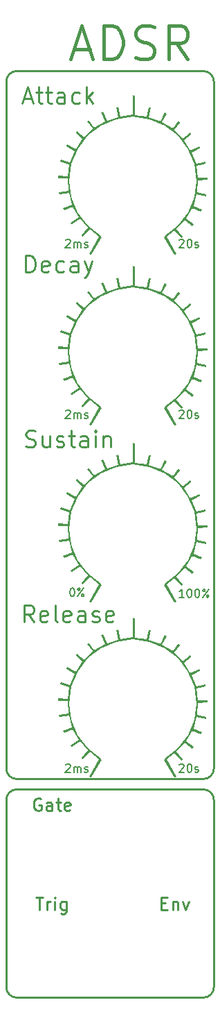
<source format=gbr>
G04 #@! TF.GenerationSoftware,KiCad,Pcbnew,(5.1.4-0-10_14)*
G04 #@! TF.CreationDate,2019-10-08T20:53:36-07:00*
G04 #@! TF.ProjectId,ADSR_Front_Panel,41445352-5f46-4726-9f6e-745f50616e65,rev?*
G04 #@! TF.SameCoordinates,Original*
G04 #@! TF.FileFunction,Legend,Top*
G04 #@! TF.FilePolarity,Positive*
%FSLAX46Y46*%
G04 Gerber Fmt 4.6, Leading zero omitted, Abs format (unit mm)*
G04 Created by KiCad (PCBNEW (5.1.4-0-10_14)) date 2019-10-08 20:53:36*
%MOMM*%
%LPD*%
G04 APERTURE LIST*
%ADD10C,0.150000*%
%ADD11C,0.254000*%
%ADD12C,0.406400*%
%ADD13C,0.100000*%
G04 APERTURE END LIST*
D10*
X87225333Y-67619619D02*
X87272952Y-67572000D01*
X87368190Y-67524380D01*
X87606285Y-67524380D01*
X87701523Y-67572000D01*
X87749142Y-67619619D01*
X87796761Y-67714857D01*
X87796761Y-67810095D01*
X87749142Y-67952952D01*
X87177714Y-68524380D01*
X87796761Y-68524380D01*
X88415809Y-67524380D02*
X88511047Y-67524380D01*
X88606285Y-67572000D01*
X88653904Y-67619619D01*
X88701523Y-67714857D01*
X88749142Y-67905333D01*
X88749142Y-68143428D01*
X88701523Y-68333904D01*
X88653904Y-68429142D01*
X88606285Y-68476761D01*
X88511047Y-68524380D01*
X88415809Y-68524380D01*
X88320571Y-68476761D01*
X88272952Y-68429142D01*
X88225333Y-68333904D01*
X88177714Y-68143428D01*
X88177714Y-67905333D01*
X88225333Y-67714857D01*
X88272952Y-67619619D01*
X88320571Y-67572000D01*
X88415809Y-67524380D01*
X89130095Y-68476761D02*
X89225333Y-68524380D01*
X89415809Y-68524380D01*
X89511047Y-68476761D01*
X89558666Y-68381523D01*
X89558666Y-68333904D01*
X89511047Y-68238666D01*
X89415809Y-68191047D01*
X89272952Y-68191047D01*
X89177714Y-68143428D01*
X89130095Y-68048190D01*
X89130095Y-68000571D01*
X89177714Y-67905333D01*
X89272952Y-67857714D01*
X89415809Y-67857714D01*
X89511047Y-67905333D01*
X87225333Y-88447619D02*
X87272952Y-88400000D01*
X87368190Y-88352380D01*
X87606285Y-88352380D01*
X87701523Y-88400000D01*
X87749142Y-88447619D01*
X87796761Y-88542857D01*
X87796761Y-88638095D01*
X87749142Y-88780952D01*
X87177714Y-89352380D01*
X87796761Y-89352380D01*
X88415809Y-88352380D02*
X88511047Y-88352380D01*
X88606285Y-88400000D01*
X88653904Y-88447619D01*
X88701523Y-88542857D01*
X88749142Y-88733333D01*
X88749142Y-88971428D01*
X88701523Y-89161904D01*
X88653904Y-89257142D01*
X88606285Y-89304761D01*
X88511047Y-89352380D01*
X88415809Y-89352380D01*
X88320571Y-89304761D01*
X88272952Y-89257142D01*
X88225333Y-89161904D01*
X88177714Y-88971428D01*
X88177714Y-88733333D01*
X88225333Y-88542857D01*
X88272952Y-88447619D01*
X88320571Y-88400000D01*
X88415809Y-88352380D01*
X89130095Y-89304761D02*
X89225333Y-89352380D01*
X89415809Y-89352380D01*
X89511047Y-89304761D01*
X89558666Y-89209523D01*
X89558666Y-89161904D01*
X89511047Y-89066666D01*
X89415809Y-89019047D01*
X89272952Y-89019047D01*
X89177714Y-88971428D01*
X89130095Y-88876190D01*
X89130095Y-88828571D01*
X89177714Y-88733333D01*
X89272952Y-88685714D01*
X89415809Y-88685714D01*
X89511047Y-88733333D01*
X73318857Y-88447619D02*
X73366476Y-88400000D01*
X73461714Y-88352380D01*
X73699809Y-88352380D01*
X73795047Y-88400000D01*
X73842666Y-88447619D01*
X73890285Y-88542857D01*
X73890285Y-88638095D01*
X73842666Y-88780952D01*
X73271238Y-89352380D01*
X73890285Y-89352380D01*
X74318857Y-89352380D02*
X74318857Y-88685714D01*
X74318857Y-88780952D02*
X74366476Y-88733333D01*
X74461714Y-88685714D01*
X74604571Y-88685714D01*
X74699809Y-88733333D01*
X74747428Y-88828571D01*
X74747428Y-89352380D01*
X74747428Y-88828571D02*
X74795047Y-88733333D01*
X74890285Y-88685714D01*
X75033142Y-88685714D01*
X75128380Y-88733333D01*
X75176000Y-88828571D01*
X75176000Y-89352380D01*
X75604571Y-89304761D02*
X75699809Y-89352380D01*
X75890285Y-89352380D01*
X75985523Y-89304761D01*
X76033142Y-89209523D01*
X76033142Y-89161904D01*
X75985523Y-89066666D01*
X75890285Y-89019047D01*
X75747428Y-89019047D01*
X75652190Y-88971428D01*
X75604571Y-88876190D01*
X75604571Y-88828571D01*
X75652190Y-88733333D01*
X75747428Y-88685714D01*
X75890285Y-88685714D01*
X75985523Y-88733333D01*
X73318857Y-67619619D02*
X73366476Y-67572000D01*
X73461714Y-67524380D01*
X73699809Y-67524380D01*
X73795047Y-67572000D01*
X73842666Y-67619619D01*
X73890285Y-67714857D01*
X73890285Y-67810095D01*
X73842666Y-67952952D01*
X73271238Y-68524380D01*
X73890285Y-68524380D01*
X74318857Y-68524380D02*
X74318857Y-67857714D01*
X74318857Y-67952952D02*
X74366476Y-67905333D01*
X74461714Y-67857714D01*
X74604571Y-67857714D01*
X74699809Y-67905333D01*
X74747428Y-68000571D01*
X74747428Y-68524380D01*
X74747428Y-68000571D02*
X74795047Y-67905333D01*
X74890285Y-67857714D01*
X75033142Y-67857714D01*
X75128380Y-67905333D01*
X75176000Y-68000571D01*
X75176000Y-68524380D01*
X75604571Y-68476761D02*
X75699809Y-68524380D01*
X75890285Y-68524380D01*
X75985523Y-68476761D01*
X76033142Y-68381523D01*
X76033142Y-68333904D01*
X75985523Y-68238666D01*
X75890285Y-68191047D01*
X75747428Y-68191047D01*
X75652190Y-68143428D01*
X75604571Y-68048190D01*
X75604571Y-68000571D01*
X75652190Y-67905333D01*
X75747428Y-67857714D01*
X75890285Y-67857714D01*
X75985523Y-67905333D01*
X87225333Y-131627619D02*
X87272952Y-131580000D01*
X87368190Y-131532380D01*
X87606285Y-131532380D01*
X87701523Y-131580000D01*
X87749142Y-131627619D01*
X87796761Y-131722857D01*
X87796761Y-131818095D01*
X87749142Y-131960952D01*
X87177714Y-132532380D01*
X87796761Y-132532380D01*
X88415809Y-131532380D02*
X88511047Y-131532380D01*
X88606285Y-131580000D01*
X88653904Y-131627619D01*
X88701523Y-131722857D01*
X88749142Y-131913333D01*
X88749142Y-132151428D01*
X88701523Y-132341904D01*
X88653904Y-132437142D01*
X88606285Y-132484761D01*
X88511047Y-132532380D01*
X88415809Y-132532380D01*
X88320571Y-132484761D01*
X88272952Y-132437142D01*
X88225333Y-132341904D01*
X88177714Y-132151428D01*
X88177714Y-131913333D01*
X88225333Y-131722857D01*
X88272952Y-131627619D01*
X88320571Y-131580000D01*
X88415809Y-131532380D01*
X89130095Y-132484761D02*
X89225333Y-132532380D01*
X89415809Y-132532380D01*
X89511047Y-132484761D01*
X89558666Y-132389523D01*
X89558666Y-132341904D01*
X89511047Y-132246666D01*
X89415809Y-132199047D01*
X89272952Y-132199047D01*
X89177714Y-132151428D01*
X89130095Y-132056190D01*
X89130095Y-132008571D01*
X89177714Y-131913333D01*
X89272952Y-131865714D01*
X89415809Y-131865714D01*
X89511047Y-131913333D01*
X73318857Y-131627619D02*
X73366476Y-131580000D01*
X73461714Y-131532380D01*
X73699809Y-131532380D01*
X73795047Y-131580000D01*
X73842666Y-131627619D01*
X73890285Y-131722857D01*
X73890285Y-131818095D01*
X73842666Y-131960952D01*
X73271238Y-132532380D01*
X73890285Y-132532380D01*
X74318857Y-132532380D02*
X74318857Y-131865714D01*
X74318857Y-131960952D02*
X74366476Y-131913333D01*
X74461714Y-131865714D01*
X74604571Y-131865714D01*
X74699809Y-131913333D01*
X74747428Y-132008571D01*
X74747428Y-132532380D01*
X74747428Y-132008571D02*
X74795047Y-131913333D01*
X74890285Y-131865714D01*
X75033142Y-131865714D01*
X75128380Y-131913333D01*
X75176000Y-132008571D01*
X75176000Y-132532380D01*
X75604571Y-132484761D02*
X75699809Y-132532380D01*
X75890285Y-132532380D01*
X75985523Y-132484761D01*
X76033142Y-132389523D01*
X76033142Y-132341904D01*
X75985523Y-132246666D01*
X75890285Y-132199047D01*
X75747428Y-132199047D01*
X75652190Y-132151428D01*
X75604571Y-132056190D01*
X75604571Y-132008571D01*
X75652190Y-131913333D01*
X75747428Y-131865714D01*
X75890285Y-131865714D01*
X75985523Y-131913333D01*
D11*
X67310000Y-160020000D02*
X90170000Y-160020000D01*
X67310000Y-160020000D02*
G75*
G02X66040000Y-158750000I0J1270000D01*
G01*
X66040000Y-135890000D02*
X66040000Y-158750000D01*
X91440000Y-158750000D02*
G75*
G02X90170000Y-160020000I-1270000J0D01*
G01*
X91440000Y-158750000D02*
X91440000Y-135890000D01*
X85017428Y-148481142D02*
X85525428Y-148481142D01*
X85743142Y-149279428D02*
X85017428Y-149279428D01*
X85017428Y-147755428D01*
X85743142Y-147755428D01*
X86396285Y-148263428D02*
X86396285Y-149279428D01*
X86396285Y-148408571D02*
X86468857Y-148336000D01*
X86614000Y-148263428D01*
X86831714Y-148263428D01*
X86976857Y-148336000D01*
X87049428Y-148481142D01*
X87049428Y-149279428D01*
X87630000Y-148263428D02*
X87992857Y-149279428D01*
X88355714Y-148263428D01*
X69668571Y-147755428D02*
X70539428Y-147755428D01*
X70104000Y-149279428D02*
X70104000Y-147755428D01*
X71047428Y-149279428D02*
X71047428Y-148263428D01*
X71047428Y-148553714D02*
X71120000Y-148408571D01*
X71192571Y-148336000D01*
X71337714Y-148263428D01*
X71482857Y-148263428D01*
X71990857Y-149279428D02*
X71990857Y-148263428D01*
X71990857Y-147755428D02*
X71918285Y-147828000D01*
X71990857Y-147900571D01*
X72063428Y-147828000D01*
X71990857Y-147755428D01*
X71990857Y-147900571D01*
X73369714Y-148263428D02*
X73369714Y-149497142D01*
X73297142Y-149642285D01*
X73224571Y-149714857D01*
X73079428Y-149787428D01*
X72861714Y-149787428D01*
X72716571Y-149714857D01*
X73369714Y-149206857D02*
X73224571Y-149279428D01*
X72934285Y-149279428D01*
X72789142Y-149206857D01*
X72716571Y-149134285D01*
X72644000Y-148989142D01*
X72644000Y-148553714D01*
X72716571Y-148408571D01*
X72789142Y-148336000D01*
X72934285Y-148263428D01*
X73224571Y-148263428D01*
X73369714Y-148336000D01*
X70249142Y-135763000D02*
X70104000Y-135690428D01*
X69886285Y-135690428D01*
X69668571Y-135763000D01*
X69523428Y-135908142D01*
X69450857Y-136053285D01*
X69378285Y-136343571D01*
X69378285Y-136561285D01*
X69450857Y-136851571D01*
X69523428Y-136996714D01*
X69668571Y-137141857D01*
X69886285Y-137214428D01*
X70031428Y-137214428D01*
X70249142Y-137141857D01*
X70321714Y-137069285D01*
X70321714Y-136561285D01*
X70031428Y-136561285D01*
X71628000Y-137214428D02*
X71628000Y-136416142D01*
X71555428Y-136271000D01*
X71410285Y-136198428D01*
X71120000Y-136198428D01*
X70974857Y-136271000D01*
X71628000Y-137141857D02*
X71482857Y-137214428D01*
X71120000Y-137214428D01*
X70974857Y-137141857D01*
X70902285Y-136996714D01*
X70902285Y-136851571D01*
X70974857Y-136706428D01*
X71120000Y-136633857D01*
X71482857Y-136633857D01*
X71628000Y-136561285D01*
X72136000Y-136198428D02*
X72716571Y-136198428D01*
X72353714Y-135690428D02*
X72353714Y-136996714D01*
X72426285Y-137141857D01*
X72571428Y-137214428D01*
X72716571Y-137214428D01*
X73805142Y-137141857D02*
X73660000Y-137214428D01*
X73369714Y-137214428D01*
X73224571Y-137141857D01*
X73152000Y-136996714D01*
X73152000Y-136416142D01*
X73224571Y-136271000D01*
X73369714Y-136198428D01*
X73660000Y-136198428D01*
X73805142Y-136271000D01*
X73877714Y-136416142D01*
X73877714Y-136561285D01*
X73152000Y-136706428D01*
D10*
X87788904Y-111196380D02*
X87217476Y-111196380D01*
X87503190Y-111196380D02*
X87503190Y-110196380D01*
X87407952Y-110339238D01*
X87312714Y-110434476D01*
X87217476Y-110482095D01*
X88407952Y-110196380D02*
X88503190Y-110196380D01*
X88598428Y-110244000D01*
X88646047Y-110291619D01*
X88693666Y-110386857D01*
X88741285Y-110577333D01*
X88741285Y-110815428D01*
X88693666Y-111005904D01*
X88646047Y-111101142D01*
X88598428Y-111148761D01*
X88503190Y-111196380D01*
X88407952Y-111196380D01*
X88312714Y-111148761D01*
X88265095Y-111101142D01*
X88217476Y-111005904D01*
X88169857Y-110815428D01*
X88169857Y-110577333D01*
X88217476Y-110386857D01*
X88265095Y-110291619D01*
X88312714Y-110244000D01*
X88407952Y-110196380D01*
X89360333Y-110196380D02*
X89455571Y-110196380D01*
X89550809Y-110244000D01*
X89598428Y-110291619D01*
X89646047Y-110386857D01*
X89693666Y-110577333D01*
X89693666Y-110815428D01*
X89646047Y-111005904D01*
X89598428Y-111101142D01*
X89550809Y-111148761D01*
X89455571Y-111196380D01*
X89360333Y-111196380D01*
X89265095Y-111148761D01*
X89217476Y-111101142D01*
X89169857Y-111005904D01*
X89122238Y-110815428D01*
X89122238Y-110577333D01*
X89169857Y-110386857D01*
X89217476Y-110291619D01*
X89265095Y-110244000D01*
X89360333Y-110196380D01*
X90074619Y-111196380D02*
X90836523Y-110196380D01*
X90217476Y-110196380D02*
X90312714Y-110244000D01*
X90360333Y-110339238D01*
X90312714Y-110434476D01*
X90217476Y-110482095D01*
X90122238Y-110434476D01*
X90074619Y-110339238D01*
X90122238Y-110244000D01*
X90217476Y-110196380D01*
X90788904Y-111148761D02*
X90836523Y-111053523D01*
X90788904Y-110958285D01*
X90693666Y-110910666D01*
X90598428Y-110958285D01*
X90550809Y-111053523D01*
X90598428Y-111148761D01*
X90693666Y-111196380D01*
X90788904Y-111148761D01*
X74056952Y-110069380D02*
X74152190Y-110069380D01*
X74247428Y-110117000D01*
X74295047Y-110164619D01*
X74342666Y-110259857D01*
X74390285Y-110450333D01*
X74390285Y-110688428D01*
X74342666Y-110878904D01*
X74295047Y-110974142D01*
X74247428Y-111021761D01*
X74152190Y-111069380D01*
X74056952Y-111069380D01*
X73961714Y-111021761D01*
X73914095Y-110974142D01*
X73866476Y-110878904D01*
X73818857Y-110688428D01*
X73818857Y-110450333D01*
X73866476Y-110259857D01*
X73914095Y-110164619D01*
X73961714Y-110117000D01*
X74056952Y-110069380D01*
X74771238Y-111069380D02*
X75533142Y-110069380D01*
X74914095Y-110069380D02*
X75009333Y-110117000D01*
X75056952Y-110212238D01*
X75009333Y-110307476D01*
X74914095Y-110355095D01*
X74818857Y-110307476D01*
X74771238Y-110212238D01*
X74818857Y-110117000D01*
X74914095Y-110069380D01*
X75485523Y-111021761D02*
X75533142Y-110926523D01*
X75485523Y-110831285D01*
X75390285Y-110783666D01*
X75295047Y-110831285D01*
X75247428Y-110926523D01*
X75295047Y-111021761D01*
X75390285Y-111069380D01*
X75485523Y-111021761D01*
D11*
X67310000Y-133350000D02*
X90170000Y-133350000D01*
X67310000Y-133350000D02*
G75*
G02X66040000Y-132080000I0J1270000D01*
G01*
X91440000Y-132080000D02*
G75*
G02X90170000Y-133350000I-1270000J0D01*
G01*
X69402476Y-114203238D02*
X68725142Y-113235619D01*
X68241333Y-114203238D02*
X68241333Y-112171238D01*
X69015428Y-112171238D01*
X69208952Y-112268000D01*
X69305714Y-112364761D01*
X69402476Y-112558285D01*
X69402476Y-112848571D01*
X69305714Y-113042095D01*
X69208952Y-113138857D01*
X69015428Y-113235619D01*
X68241333Y-113235619D01*
X71047428Y-114106476D02*
X70853904Y-114203238D01*
X70466857Y-114203238D01*
X70273333Y-114106476D01*
X70176571Y-113912952D01*
X70176571Y-113138857D01*
X70273333Y-112945333D01*
X70466857Y-112848571D01*
X70853904Y-112848571D01*
X71047428Y-112945333D01*
X71144190Y-113138857D01*
X71144190Y-113332380D01*
X70176571Y-113525904D01*
X72305333Y-114203238D02*
X72111809Y-114106476D01*
X72015047Y-113912952D01*
X72015047Y-112171238D01*
X73853523Y-114106476D02*
X73660000Y-114203238D01*
X73272952Y-114203238D01*
X73079428Y-114106476D01*
X72982666Y-113912952D01*
X72982666Y-113138857D01*
X73079428Y-112945333D01*
X73272952Y-112848571D01*
X73660000Y-112848571D01*
X73853523Y-112945333D01*
X73950285Y-113138857D01*
X73950285Y-113332380D01*
X72982666Y-113525904D01*
X75692000Y-114203238D02*
X75692000Y-113138857D01*
X75595238Y-112945333D01*
X75401714Y-112848571D01*
X75014666Y-112848571D01*
X74821142Y-112945333D01*
X75692000Y-114106476D02*
X75498476Y-114203238D01*
X75014666Y-114203238D01*
X74821142Y-114106476D01*
X74724380Y-113912952D01*
X74724380Y-113719428D01*
X74821142Y-113525904D01*
X75014666Y-113429142D01*
X75498476Y-113429142D01*
X75692000Y-113332380D01*
X76562857Y-114106476D02*
X76756380Y-114203238D01*
X77143428Y-114203238D01*
X77336952Y-114106476D01*
X77433714Y-113912952D01*
X77433714Y-113816190D01*
X77336952Y-113622666D01*
X77143428Y-113525904D01*
X76853142Y-113525904D01*
X76659619Y-113429142D01*
X76562857Y-113235619D01*
X76562857Y-113138857D01*
X76659619Y-112945333D01*
X76853142Y-112848571D01*
X77143428Y-112848571D01*
X77336952Y-112945333D01*
X79078666Y-114106476D02*
X78885142Y-114203238D01*
X78498095Y-114203238D01*
X78304571Y-114106476D01*
X78207809Y-113912952D01*
X78207809Y-113138857D01*
X78304571Y-112945333D01*
X78498095Y-112848571D01*
X78885142Y-112848571D01*
X79078666Y-112945333D01*
X79175428Y-113138857D01*
X79175428Y-113332380D01*
X78207809Y-113525904D01*
X68434857Y-92770476D02*
X68725142Y-92867238D01*
X69208952Y-92867238D01*
X69402476Y-92770476D01*
X69499238Y-92673714D01*
X69596000Y-92480190D01*
X69596000Y-92286666D01*
X69499238Y-92093142D01*
X69402476Y-91996380D01*
X69208952Y-91899619D01*
X68821904Y-91802857D01*
X68628380Y-91706095D01*
X68531619Y-91609333D01*
X68434857Y-91415809D01*
X68434857Y-91222285D01*
X68531619Y-91028761D01*
X68628380Y-90932000D01*
X68821904Y-90835238D01*
X69305714Y-90835238D01*
X69596000Y-90932000D01*
X71337714Y-91512571D02*
X71337714Y-92867238D01*
X70466857Y-91512571D02*
X70466857Y-92576952D01*
X70563619Y-92770476D01*
X70757142Y-92867238D01*
X71047428Y-92867238D01*
X71240952Y-92770476D01*
X71337714Y-92673714D01*
X72208571Y-92770476D02*
X72402095Y-92867238D01*
X72789142Y-92867238D01*
X72982666Y-92770476D01*
X73079428Y-92576952D01*
X73079428Y-92480190D01*
X72982666Y-92286666D01*
X72789142Y-92189904D01*
X72498857Y-92189904D01*
X72305333Y-92093142D01*
X72208571Y-91899619D01*
X72208571Y-91802857D01*
X72305333Y-91609333D01*
X72498857Y-91512571D01*
X72789142Y-91512571D01*
X72982666Y-91609333D01*
X73660000Y-91512571D02*
X74434095Y-91512571D01*
X73950285Y-90835238D02*
X73950285Y-92576952D01*
X74047047Y-92770476D01*
X74240571Y-92867238D01*
X74434095Y-92867238D01*
X75982285Y-92867238D02*
X75982285Y-91802857D01*
X75885523Y-91609333D01*
X75692000Y-91512571D01*
X75304952Y-91512571D01*
X75111428Y-91609333D01*
X75982285Y-92770476D02*
X75788761Y-92867238D01*
X75304952Y-92867238D01*
X75111428Y-92770476D01*
X75014666Y-92576952D01*
X75014666Y-92383428D01*
X75111428Y-92189904D01*
X75304952Y-92093142D01*
X75788761Y-92093142D01*
X75982285Y-91996380D01*
X76949904Y-92867238D02*
X76949904Y-91512571D01*
X76949904Y-90835238D02*
X76853142Y-90932000D01*
X76949904Y-91028761D01*
X77046666Y-90932000D01*
X76949904Y-90835238D01*
X76949904Y-91028761D01*
X77917523Y-91512571D02*
X77917523Y-92867238D01*
X77917523Y-91706095D02*
X78014285Y-91609333D01*
X78207809Y-91512571D01*
X78498095Y-91512571D01*
X78691619Y-91609333D01*
X78788380Y-91802857D01*
X78788380Y-92867238D01*
X91440000Y-48260000D02*
X91440000Y-132080000D01*
X66040000Y-132080000D02*
X66040000Y-48260000D01*
X67310000Y-46990000D02*
X90170000Y-46990000D01*
X90170000Y-46990000D02*
G75*
G02X91440000Y-48260000I0J-1270000D01*
G01*
X66040000Y-48260000D02*
G75*
G02X67310000Y-46990000I1270000J0D01*
G01*
X68132476Y-50376666D02*
X69100095Y-50376666D01*
X67938952Y-50957238D02*
X68616285Y-48925238D01*
X69293619Y-50957238D01*
X69680666Y-49602571D02*
X70454761Y-49602571D01*
X69970952Y-48925238D02*
X69970952Y-50666952D01*
X70067714Y-50860476D01*
X70261238Y-50957238D01*
X70454761Y-50957238D01*
X70841809Y-49602571D02*
X71615904Y-49602571D01*
X71132095Y-48925238D02*
X71132095Y-50666952D01*
X71228857Y-50860476D01*
X71422380Y-50957238D01*
X71615904Y-50957238D01*
X73164095Y-50957238D02*
X73164095Y-49892857D01*
X73067333Y-49699333D01*
X72873809Y-49602571D01*
X72486761Y-49602571D01*
X72293238Y-49699333D01*
X73164095Y-50860476D02*
X72970571Y-50957238D01*
X72486761Y-50957238D01*
X72293238Y-50860476D01*
X72196476Y-50666952D01*
X72196476Y-50473428D01*
X72293238Y-50279904D01*
X72486761Y-50183142D01*
X72970571Y-50183142D01*
X73164095Y-50086380D01*
X75002571Y-50860476D02*
X74809047Y-50957238D01*
X74422000Y-50957238D01*
X74228476Y-50860476D01*
X74131714Y-50763714D01*
X74034952Y-50570190D01*
X74034952Y-49989619D01*
X74131714Y-49796095D01*
X74228476Y-49699333D01*
X74422000Y-49602571D01*
X74809047Y-49602571D01*
X75002571Y-49699333D01*
X75873428Y-50957238D02*
X75873428Y-48925238D01*
X76066952Y-50183142D02*
X76647523Y-50957238D01*
X76647523Y-49602571D02*
X75873428Y-50376666D01*
D12*
X74313142Y-44365333D02*
X76248380Y-44365333D01*
X73926095Y-45526476D02*
X75280761Y-41462476D01*
X76635428Y-45526476D01*
X77990095Y-45526476D02*
X77990095Y-41462476D01*
X78957714Y-41462476D01*
X79538285Y-41656000D01*
X79925333Y-42043047D01*
X80118857Y-42430095D01*
X80312380Y-43204190D01*
X80312380Y-43784761D01*
X80118857Y-44558857D01*
X79925333Y-44945904D01*
X79538285Y-45332952D01*
X78957714Y-45526476D01*
X77990095Y-45526476D01*
X81860571Y-45332952D02*
X82441142Y-45526476D01*
X83408761Y-45526476D01*
X83795809Y-45332952D01*
X83989333Y-45139428D01*
X84182857Y-44752380D01*
X84182857Y-44365333D01*
X83989333Y-43978285D01*
X83795809Y-43784761D01*
X83408761Y-43591238D01*
X82634666Y-43397714D01*
X82247619Y-43204190D01*
X82054095Y-43010666D01*
X81860571Y-42623619D01*
X81860571Y-42236571D01*
X82054095Y-41849523D01*
X82247619Y-41656000D01*
X82634666Y-41462476D01*
X83602285Y-41462476D01*
X84182857Y-41656000D01*
X88246857Y-45526476D02*
X86892190Y-43591238D01*
X85924571Y-45526476D02*
X85924571Y-41462476D01*
X87472761Y-41462476D01*
X87859809Y-41656000D01*
X88053333Y-41849523D01*
X88246857Y-42236571D01*
X88246857Y-42817142D01*
X88053333Y-43204190D01*
X87859809Y-43397714D01*
X87472761Y-43591238D01*
X85924571Y-43591238D01*
D11*
X68422761Y-71531238D02*
X68422761Y-69499238D01*
X68906571Y-69499238D01*
X69196857Y-69596000D01*
X69390380Y-69789523D01*
X69487142Y-69983047D01*
X69583904Y-70370095D01*
X69583904Y-70660380D01*
X69487142Y-71047428D01*
X69390380Y-71240952D01*
X69196857Y-71434476D01*
X68906571Y-71531238D01*
X68422761Y-71531238D01*
X71228857Y-71434476D02*
X71035333Y-71531238D01*
X70648285Y-71531238D01*
X70454761Y-71434476D01*
X70358000Y-71240952D01*
X70358000Y-70466857D01*
X70454761Y-70273333D01*
X70648285Y-70176571D01*
X71035333Y-70176571D01*
X71228857Y-70273333D01*
X71325619Y-70466857D01*
X71325619Y-70660380D01*
X70358000Y-70853904D01*
X73067333Y-71434476D02*
X72873809Y-71531238D01*
X72486761Y-71531238D01*
X72293238Y-71434476D01*
X72196476Y-71337714D01*
X72099714Y-71144190D01*
X72099714Y-70563619D01*
X72196476Y-70370095D01*
X72293238Y-70273333D01*
X72486761Y-70176571D01*
X72873809Y-70176571D01*
X73067333Y-70273333D01*
X74809047Y-71531238D02*
X74809047Y-70466857D01*
X74712285Y-70273333D01*
X74518761Y-70176571D01*
X74131714Y-70176571D01*
X73938190Y-70273333D01*
X74809047Y-71434476D02*
X74615523Y-71531238D01*
X74131714Y-71531238D01*
X73938190Y-71434476D01*
X73841428Y-71240952D01*
X73841428Y-71047428D01*
X73938190Y-70853904D01*
X74131714Y-70757142D01*
X74615523Y-70757142D01*
X74809047Y-70660380D01*
X75583142Y-70176571D02*
X76066952Y-71531238D01*
X76550761Y-70176571D02*
X76066952Y-71531238D01*
X75873428Y-72015047D01*
X75776666Y-72111809D01*
X75583142Y-72208571D01*
X66040000Y-135890000D02*
G75*
G02X67310000Y-134620000I1270000J0D01*
G01*
X90170000Y-134620000D02*
X67310000Y-134620000D01*
X90170000Y-134620000D02*
G75*
G02X91440000Y-135890000I0J-1270000D01*
G01*
D13*
G36*
X81520700Y-113715573D02*
G01*
X81494080Y-116062396D01*
X80040017Y-116304338D01*
X79790822Y-115121249D01*
X79517430Y-115179309D01*
X79761790Y-116350303D01*
X78363374Y-116788216D01*
X77879491Y-115716417D01*
X77623034Y-115830133D01*
X78119012Y-116921286D01*
X76822211Y-117615656D01*
X76142356Y-116710798D01*
X75917354Y-116877736D01*
X76587528Y-117765658D01*
X75576215Y-118839876D01*
X74661681Y-118058408D01*
X74480224Y-118271315D01*
X75385082Y-119043105D01*
X74560065Y-120252809D01*
X73512461Y-119698765D01*
X73381814Y-119945544D01*
X74443935Y-120509266D01*
X73834243Y-121847198D01*
X72745510Y-121547192D01*
X72670510Y-121818165D01*
X73744728Y-122110913D01*
X73604402Y-123577075D01*
X72399538Y-123519015D01*
X72385028Y-123799665D01*
X73577796Y-123857725D01*
X73652796Y-125319048D01*
X72489061Y-125519858D01*
X72537451Y-125795670D01*
X73718120Y-125592441D01*
X74054418Y-127024730D01*
X73014074Y-127450545D01*
X73120531Y-127709421D01*
X74153619Y-127286024D01*
X74927829Y-128536858D01*
X73945549Y-129223967D01*
X74105229Y-129453797D01*
X75075412Y-128776377D01*
X76045592Y-129874777D01*
X75239932Y-130750607D01*
X75445581Y-130939317D01*
X76260920Y-130051407D01*
X77395624Y-130985277D01*
X76214952Y-133032097D01*
X76459312Y-133172427D01*
X77698049Y-131026417D01*
X77577074Y-130956217D01*
X77644834Y-130835247D01*
X76011046Y-129576915D01*
X74792356Y-127977098D01*
X74028616Y-126132317D01*
X73759679Y-124139094D01*
X74025397Y-122093952D01*
X74817831Y-120189935D01*
X76047304Y-118598190D01*
X77631060Y-117382393D01*
X79486343Y-116606219D01*
X81530395Y-116333344D01*
X83574701Y-116606219D01*
X85430583Y-117382393D01*
X87015056Y-118598190D01*
X88245129Y-120189935D01*
X89037816Y-122093952D01*
X89303536Y-124139094D01*
X89034601Y-126132317D01*
X88270861Y-127977100D01*
X87052171Y-129576920D01*
X85418383Y-130835257D01*
X85486143Y-130956227D01*
X85365168Y-131026427D01*
X86603904Y-133172427D01*
X86845844Y-133032107D01*
X85665174Y-130987717D01*
X86647454Y-130177217D01*
X87443437Y-131089337D01*
X87653927Y-130905447D01*
X86865199Y-130000587D01*
X87881351Y-128948158D01*
X88822501Y-129637687D01*
X88987021Y-129412687D01*
X88028934Y-128706223D01*
X88800726Y-127460228D01*
X89850753Y-127919916D01*
X89962051Y-127663459D01*
X88950726Y-127218289D01*
X89299119Y-125785999D01*
X90479792Y-126018262D01*
X90535392Y-125744870D01*
X89364402Y-125515026D01*
X89504728Y-124053704D01*
X90682972Y-124027084D01*
X90674972Y-123748854D01*
X89477367Y-123777894D01*
X89337510Y-122314152D01*
X90445602Y-122038339D01*
X90377902Y-121767367D01*
X89308518Y-122031082D01*
X89308518Y-122021382D01*
X88701246Y-120688288D01*
X89782506Y-120151185D01*
X89659116Y-119899567D01*
X88584899Y-120434254D01*
X87815590Y-119190651D01*
X88725287Y-118450314D01*
X88548670Y-118232566D01*
X87624457Y-118985001D01*
X86615922Y-117915652D01*
X87324808Y-117020473D01*
X87104642Y-116848695D01*
X86419948Y-117712422D01*
X85120728Y-117015633D01*
X85645739Y-115931741D01*
X85394120Y-115808350D01*
X84873950Y-116880147D01*
X83497305Y-116384169D01*
X83768279Y-115232531D01*
X83497305Y-115167201D01*
X83221494Y-116338195D01*
X81772279Y-116096248D01*
X81801319Y-113720391D01*
X81520700Y-113715573D01*
X81520700Y-113715573D01*
G37*
G36*
X81520700Y-92379573D02*
G01*
X81494080Y-94726396D01*
X80040017Y-94968338D01*
X79790822Y-93785249D01*
X79517430Y-93843309D01*
X79761790Y-95014303D01*
X78363374Y-95452216D01*
X77879491Y-94380417D01*
X77623034Y-94494133D01*
X78119012Y-95585286D01*
X76822211Y-96279656D01*
X76142356Y-95374798D01*
X75917354Y-95541736D01*
X76587528Y-96429658D01*
X75576215Y-97503876D01*
X74661681Y-96722408D01*
X74480224Y-96935315D01*
X75385082Y-97707105D01*
X74560065Y-98916809D01*
X73512461Y-98362765D01*
X73381814Y-98609544D01*
X74443935Y-99173266D01*
X73834243Y-100511198D01*
X72745510Y-100211192D01*
X72670510Y-100482165D01*
X73744728Y-100774913D01*
X73604402Y-102241075D01*
X72399538Y-102183015D01*
X72385028Y-102463665D01*
X73577796Y-102521725D01*
X73652796Y-103983048D01*
X72489061Y-104183858D01*
X72537451Y-104459670D01*
X73718120Y-104256441D01*
X74054418Y-105688730D01*
X73014074Y-106114545D01*
X73120531Y-106373421D01*
X74153619Y-105950024D01*
X74927829Y-107200858D01*
X73945549Y-107887967D01*
X74105229Y-108117797D01*
X75075412Y-107440377D01*
X76045592Y-108538777D01*
X75239932Y-109414607D01*
X75445581Y-109603317D01*
X76260920Y-108715407D01*
X77395624Y-109649277D01*
X76214952Y-111696097D01*
X76459312Y-111836427D01*
X77698049Y-109690417D01*
X77577074Y-109620217D01*
X77644834Y-109499247D01*
X76011046Y-108240915D01*
X74792356Y-106641098D01*
X74028616Y-104796317D01*
X73759679Y-102803094D01*
X74025397Y-100757952D01*
X74817831Y-98853935D01*
X76047304Y-97262190D01*
X77631060Y-96046393D01*
X79486343Y-95270219D01*
X81530395Y-94997344D01*
X83574701Y-95270219D01*
X85430583Y-96046393D01*
X87015056Y-97262190D01*
X88245129Y-98853935D01*
X89037816Y-100757952D01*
X89303536Y-102803094D01*
X89034601Y-104796317D01*
X88270861Y-106641100D01*
X87052171Y-108240920D01*
X85418383Y-109499257D01*
X85486143Y-109620227D01*
X85365168Y-109690427D01*
X86603904Y-111836427D01*
X86845844Y-111696107D01*
X85665174Y-109651717D01*
X86647454Y-108841217D01*
X87443437Y-109753337D01*
X87653927Y-109569447D01*
X86865199Y-108664587D01*
X87881351Y-107612158D01*
X88822501Y-108301687D01*
X88987021Y-108076687D01*
X88028934Y-107370223D01*
X88800726Y-106124228D01*
X89850753Y-106583916D01*
X89962051Y-106327459D01*
X88950726Y-105882289D01*
X89299119Y-104449999D01*
X90479792Y-104682262D01*
X90535392Y-104408870D01*
X89364402Y-104179026D01*
X89504728Y-102717704D01*
X90682972Y-102691084D01*
X90674972Y-102412854D01*
X89477367Y-102441894D01*
X89337510Y-100978152D01*
X90445602Y-100702339D01*
X90377902Y-100431367D01*
X89308518Y-100695082D01*
X89308518Y-100685382D01*
X88701246Y-99352288D01*
X89782506Y-98815185D01*
X89659116Y-98563567D01*
X88584899Y-99098254D01*
X87815590Y-97854651D01*
X88725287Y-97114314D01*
X88548670Y-96896566D01*
X87624457Y-97649001D01*
X86615922Y-96579652D01*
X87324808Y-95684473D01*
X87104642Y-95512695D01*
X86419948Y-96376422D01*
X85120728Y-95679633D01*
X85645739Y-94595741D01*
X85394120Y-94472350D01*
X84873950Y-95544147D01*
X83497305Y-95048169D01*
X83768279Y-93896531D01*
X83497305Y-93831201D01*
X83221494Y-95002195D01*
X81772279Y-94760248D01*
X81801319Y-92384391D01*
X81520700Y-92379573D01*
X81520700Y-92379573D01*
G37*
G36*
X81520700Y-70789573D02*
G01*
X81494080Y-73136396D01*
X80040017Y-73378338D01*
X79790822Y-72195249D01*
X79517430Y-72253309D01*
X79761790Y-73424303D01*
X78363374Y-73862216D01*
X77879491Y-72790417D01*
X77623034Y-72904133D01*
X78119012Y-73995286D01*
X76822211Y-74689656D01*
X76142356Y-73784798D01*
X75917354Y-73951736D01*
X76587528Y-74839658D01*
X75576215Y-75913876D01*
X74661681Y-75132408D01*
X74480224Y-75345315D01*
X75385082Y-76117105D01*
X74560065Y-77326809D01*
X73512461Y-76772765D01*
X73381814Y-77019544D01*
X74443935Y-77583266D01*
X73834243Y-78921198D01*
X72745510Y-78621192D01*
X72670510Y-78892165D01*
X73744728Y-79184913D01*
X73604402Y-80651075D01*
X72399538Y-80593015D01*
X72385028Y-80873665D01*
X73577796Y-80931725D01*
X73652796Y-82393048D01*
X72489061Y-82593858D01*
X72537451Y-82869670D01*
X73718120Y-82666441D01*
X74054418Y-84098730D01*
X73014074Y-84524545D01*
X73120531Y-84783421D01*
X74153619Y-84360024D01*
X74927829Y-85610858D01*
X73945549Y-86297967D01*
X74105229Y-86527797D01*
X75075412Y-85850377D01*
X76045592Y-86948777D01*
X75239932Y-87824607D01*
X75445581Y-88013317D01*
X76260920Y-87125407D01*
X77395624Y-88059277D01*
X76214952Y-90106097D01*
X76459312Y-90246427D01*
X77698049Y-88100417D01*
X77577074Y-88030217D01*
X77644834Y-87909247D01*
X76011046Y-86650915D01*
X74792356Y-85051098D01*
X74028616Y-83206317D01*
X73759679Y-81213094D01*
X74025397Y-79167952D01*
X74817831Y-77263935D01*
X76047304Y-75672190D01*
X77631060Y-74456393D01*
X79486343Y-73680219D01*
X81530395Y-73407344D01*
X83574701Y-73680219D01*
X85430583Y-74456393D01*
X87015056Y-75672190D01*
X88245129Y-77263935D01*
X89037816Y-79167952D01*
X89303536Y-81213094D01*
X89034601Y-83206317D01*
X88270861Y-85051100D01*
X87052171Y-86650920D01*
X85418383Y-87909257D01*
X85486143Y-88030227D01*
X85365168Y-88100427D01*
X86603904Y-90246427D01*
X86845844Y-90106107D01*
X85665174Y-88061717D01*
X86647454Y-87251217D01*
X87443437Y-88163337D01*
X87653927Y-87979447D01*
X86865199Y-87074587D01*
X87881351Y-86022158D01*
X88822501Y-86711687D01*
X88987021Y-86486687D01*
X88028934Y-85780223D01*
X88800726Y-84534228D01*
X89850753Y-84993916D01*
X89962051Y-84737459D01*
X88950726Y-84292289D01*
X89299119Y-82859999D01*
X90479792Y-83092262D01*
X90535392Y-82818870D01*
X89364402Y-82589026D01*
X89504728Y-81127704D01*
X90682972Y-81101084D01*
X90674972Y-80822854D01*
X89477367Y-80851894D01*
X89337510Y-79388152D01*
X90445602Y-79112339D01*
X90377902Y-78841367D01*
X89308518Y-79105082D01*
X89308518Y-79095382D01*
X88701246Y-77762288D01*
X89782506Y-77225185D01*
X89659116Y-76973567D01*
X88584899Y-77508254D01*
X87815590Y-76264651D01*
X88725287Y-75524314D01*
X88548670Y-75306566D01*
X87624457Y-76059001D01*
X86615922Y-74989652D01*
X87324808Y-74094473D01*
X87104642Y-73922695D01*
X86419948Y-74786422D01*
X85120728Y-74089633D01*
X85645739Y-73005741D01*
X85394120Y-72882350D01*
X84873950Y-73954147D01*
X83497305Y-73458169D01*
X83768279Y-72306531D01*
X83497305Y-72241201D01*
X83221494Y-73412195D01*
X81772279Y-73170248D01*
X81801319Y-70794391D01*
X81520700Y-70789573D01*
X81520700Y-70789573D01*
G37*
G36*
X81520700Y-49961573D02*
G01*
X81494080Y-52308396D01*
X80040017Y-52550338D01*
X79790822Y-51367249D01*
X79517430Y-51425309D01*
X79761790Y-52596303D01*
X78363374Y-53034216D01*
X77879491Y-51962417D01*
X77623034Y-52076133D01*
X78119012Y-53167286D01*
X76822211Y-53861656D01*
X76142356Y-52956798D01*
X75917354Y-53123736D01*
X76587528Y-54011658D01*
X75576215Y-55085876D01*
X74661681Y-54304408D01*
X74480224Y-54517315D01*
X75385082Y-55289105D01*
X74560065Y-56498809D01*
X73512461Y-55944765D01*
X73381814Y-56191544D01*
X74443935Y-56755266D01*
X73834243Y-58093198D01*
X72745510Y-57793192D01*
X72670510Y-58064165D01*
X73744728Y-58356913D01*
X73604402Y-59823075D01*
X72399538Y-59765015D01*
X72385028Y-60045665D01*
X73577796Y-60103725D01*
X73652796Y-61565048D01*
X72489061Y-61765858D01*
X72537451Y-62041670D01*
X73718120Y-61838441D01*
X74054418Y-63270730D01*
X73014074Y-63696545D01*
X73120531Y-63955421D01*
X74153619Y-63532024D01*
X74927829Y-64782858D01*
X73945549Y-65469967D01*
X74105229Y-65699797D01*
X75075412Y-65022377D01*
X76045592Y-66120777D01*
X75239932Y-66996607D01*
X75445581Y-67185317D01*
X76260920Y-66297407D01*
X77395624Y-67231277D01*
X76214952Y-69278097D01*
X76459312Y-69418427D01*
X77698049Y-67272417D01*
X77577074Y-67202217D01*
X77644834Y-67081247D01*
X76011046Y-65822915D01*
X74792356Y-64223098D01*
X74028616Y-62378317D01*
X73759679Y-60385094D01*
X74025397Y-58339952D01*
X74817831Y-56435935D01*
X76047304Y-54844190D01*
X77631060Y-53628393D01*
X79486343Y-52852219D01*
X81530395Y-52579344D01*
X83574701Y-52852219D01*
X85430583Y-53628393D01*
X87015056Y-54844190D01*
X88245129Y-56435935D01*
X89037816Y-58339952D01*
X89303536Y-60385094D01*
X89034601Y-62378317D01*
X88270861Y-64223100D01*
X87052171Y-65822920D01*
X85418383Y-67081257D01*
X85486143Y-67202227D01*
X85365168Y-67272427D01*
X86603904Y-69418427D01*
X86845844Y-69278107D01*
X85665174Y-67233717D01*
X86647454Y-66423217D01*
X87443437Y-67335337D01*
X87653927Y-67151447D01*
X86865199Y-66246587D01*
X87881351Y-65194158D01*
X88822501Y-65883687D01*
X88987021Y-65658687D01*
X88028934Y-64952223D01*
X88800726Y-63706228D01*
X89850753Y-64165916D01*
X89962051Y-63909459D01*
X88950726Y-63464289D01*
X89299119Y-62031999D01*
X90479792Y-62264262D01*
X90535392Y-61990870D01*
X89364402Y-61761026D01*
X89504728Y-60299704D01*
X90682972Y-60273084D01*
X90674972Y-59994854D01*
X89477367Y-60023894D01*
X89337510Y-58560152D01*
X90445602Y-58284339D01*
X90377902Y-58013367D01*
X89308518Y-58277082D01*
X89308518Y-58267382D01*
X88701246Y-56934288D01*
X89782506Y-56397185D01*
X89659116Y-56145567D01*
X88584899Y-56680254D01*
X87815590Y-55436651D01*
X88725287Y-54696314D01*
X88548670Y-54478566D01*
X87624457Y-55231001D01*
X86615922Y-54161652D01*
X87324808Y-53266473D01*
X87104642Y-53094695D01*
X86419948Y-53958422D01*
X85120728Y-53261633D01*
X85645739Y-52177741D01*
X85394120Y-52054350D01*
X84873950Y-53126147D01*
X83497305Y-52630169D01*
X83768279Y-51478531D01*
X83497305Y-51413201D01*
X83221494Y-52584195D01*
X81772279Y-52342248D01*
X81801319Y-49966391D01*
X81520700Y-49961573D01*
X81520700Y-49961573D01*
G37*
M02*

</source>
